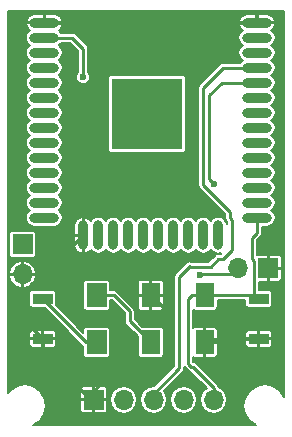
<source format=gbr>
G04 #@! TF.FileFunction,Copper,L1,Top,Signal*
%FSLAX46Y46*%
G04 Gerber Fmt 4.6, Leading zero omitted, Abs format (unit mm)*
G04 Created by KiCad (PCBNEW 4.0.4-stable) date 04/21/19 10:39:14*
%MOMM*%
%LPD*%
G01*
G04 APERTURE LIST*
%ADD10C,0.100000*%
%ADD11R,1.600000X2.000000*%
%ADD12R,1.700000X1.700000*%
%ADD13O,1.700000X1.700000*%
%ADD14R,1.700000X2.000000*%
%ADD15R,1.700000X0.900000*%
%ADD16O,2.500000X0.900000*%
%ADD17O,0.900000X2.500000*%
%ADD18R,6.000000X6.000000*%
%ADD19C,0.600000*%
%ADD20C,0.250000*%
%ADD21C,0.200000*%
G04 APERTURE END LIST*
D10*
D11*
X112776000Y-94202000D03*
X112776000Y-90202000D03*
X117348000Y-90202000D03*
X117348000Y-94202000D03*
D12*
X107950000Y-99060000D03*
D13*
X110490000Y-99060000D03*
X113030000Y-99060000D03*
X115570000Y-99060000D03*
X118110000Y-99060000D03*
D14*
X108204000Y-90202000D03*
X108204000Y-94202000D03*
D15*
X103632000Y-93902000D03*
X103632000Y-90502000D03*
X121920000Y-93902000D03*
X121920000Y-90502000D03*
D16*
X121776000Y-67140000D03*
X121776000Y-68410000D03*
X121776000Y-69680000D03*
X121776000Y-70950000D03*
X121776000Y-72220000D03*
X121776000Y-73490000D03*
X121776000Y-74760000D03*
X121776000Y-76030000D03*
X121776000Y-77300000D03*
X121776000Y-78570000D03*
X121776000Y-79840000D03*
X121776000Y-81110000D03*
X121776000Y-82380000D03*
X121776000Y-83650000D03*
D17*
X118491000Y-85140000D03*
X117221000Y-85140000D03*
X115951000Y-85140000D03*
X114681000Y-85140000D03*
X113411000Y-85140000D03*
X112141000Y-85140000D03*
X110871000Y-85140000D03*
X109601000Y-85140000D03*
X108331000Y-85140000D03*
X107061000Y-85140000D03*
D16*
X103776000Y-83650000D03*
X103776000Y-82380000D03*
X103776000Y-81110000D03*
X103776000Y-79840000D03*
X103776000Y-78570000D03*
X103776000Y-77300000D03*
X103776000Y-76030000D03*
X103776000Y-74760000D03*
X103776000Y-73490000D03*
X103776000Y-72220000D03*
X103776000Y-70950000D03*
X103776000Y-69680000D03*
X103776000Y-68410000D03*
X103776000Y-67140000D03*
D18*
X112476000Y-74840000D03*
D12*
X101930200Y-85890100D03*
D13*
X101930200Y-88430100D03*
D12*
X122720100Y-87934800D03*
D13*
X120180100Y-87934800D03*
D19*
X108077000Y-89916000D03*
X107061000Y-71755000D03*
X117348000Y-94202000D03*
X112776000Y-90170000D03*
X117729000Y-67691000D03*
X107188000Y-67691000D03*
X108204000Y-94202000D03*
X104267000Y-69723000D03*
X118110000Y-80772000D03*
X116916200Y-88506300D03*
D20*
X108204000Y-90202000D02*
X109633000Y-90202000D01*
X110998000Y-92424000D02*
X112776000Y-94202000D01*
X110998000Y-91567000D02*
X110998000Y-92424000D01*
X109633000Y-90202000D02*
X110998000Y-91567000D01*
X108077000Y-89916000D02*
X108204000Y-90043000D01*
X108204000Y-90043000D02*
X108204000Y-90202000D01*
X103776000Y-68410000D02*
X106129000Y-68410000D01*
X107061000Y-69342000D02*
X107061000Y-71755000D01*
X106129000Y-68410000D02*
X107061000Y-69342000D01*
X117648000Y-93902000D02*
X117348000Y-94202000D01*
X112776000Y-90170000D02*
X112776000Y-90202000D01*
X107950000Y-99060000D02*
X107950000Y-98298000D01*
X107950000Y-98298000D02*
X109855000Y-96393000D01*
X109855000Y-96393000D02*
X113538000Y-96393000D01*
X113538000Y-96393000D02*
X114554000Y-95377000D01*
X114554000Y-95377000D02*
X114554000Y-91980000D01*
X114554000Y-91980000D02*
X112776000Y-90202000D01*
X107061000Y-85140000D02*
X107011000Y-85140000D01*
X107011000Y-85140000D02*
X102235000Y-89916000D01*
X102235000Y-89916000D02*
X102235000Y-92505000D01*
X102235000Y-92505000D02*
X103632000Y-93902000D01*
X121920000Y-93902000D02*
X117648000Y-93902000D01*
X107950000Y-99060000D02*
X107696000Y-99060000D01*
X107696000Y-99060000D02*
X103632000Y-94996000D01*
X103632000Y-94996000D02*
X103632000Y-93902000D01*
X121776000Y-67140000D02*
X118661000Y-67140000D01*
X118110000Y-67691000D02*
X117729000Y-67691000D01*
X118661000Y-67140000D02*
X118110000Y-67691000D01*
X103776000Y-67140000D02*
X106977000Y-67140000D01*
X107188000Y-67351000D02*
X107188000Y-67691000D01*
X106977000Y-67140000D02*
X107188000Y-67351000D01*
X107283000Y-94202000D02*
X106172000Y-93091000D01*
X106172000Y-93091000D02*
X106172000Y-93042000D01*
X103632000Y-90502000D02*
X106172000Y-93042000D01*
X108204000Y-94202000D02*
X107283000Y-94202000D01*
X104267000Y-69723000D02*
X104224000Y-69680000D01*
X104224000Y-69680000D02*
X103776000Y-69680000D01*
X121776000Y-83650000D02*
X121776000Y-84903800D01*
X121488200Y-87274400D02*
X121488200Y-90070200D01*
X121361200Y-87147400D02*
X121488200Y-87274400D01*
X121361200Y-85318600D02*
X121361200Y-87147400D01*
X121776000Y-84903800D02*
X121361200Y-85318600D01*
X121488200Y-90070200D02*
X121920000Y-90502000D01*
X118110000Y-99060000D02*
X118110000Y-98044000D01*
X116300000Y-90202000D02*
X117348000Y-90202000D01*
X115951000Y-90551000D02*
X116300000Y-90202000D01*
X115951000Y-96012000D02*
X115951000Y-90551000D01*
X116205000Y-96266000D02*
X115951000Y-96012000D01*
X116332000Y-96266000D02*
X116205000Y-96266000D01*
X118110000Y-98044000D02*
X116332000Y-96266000D01*
X121920000Y-83794000D02*
X121776000Y-83650000D01*
X117348000Y-90202000D02*
X121620000Y-90202000D01*
X121620000Y-90202000D02*
X121920000Y-90502000D01*
X119646700Y-85153500D02*
X119646700Y-83820000D01*
X119646700Y-83820000D02*
X119507000Y-83680300D01*
X116052600Y-87782400D02*
X117843300Y-87782400D01*
X119646700Y-86385400D02*
X119646700Y-85153500D01*
X119646700Y-85153500D02*
X119646700Y-85115400D01*
X118884700Y-87147400D02*
X119646700Y-86385400D01*
X118478300Y-87147400D02*
X118884700Y-87147400D01*
X117843300Y-87782400D02*
X118478300Y-87147400D01*
X113030000Y-99060000D02*
X113030000Y-98552000D01*
X113030000Y-98552000D02*
X115189000Y-96393000D01*
X115189000Y-96393000D02*
X115189000Y-88646000D01*
X115189000Y-88646000D02*
X116052600Y-87782400D01*
X116052600Y-87782400D02*
X116078000Y-87757000D01*
X118915000Y-70950000D02*
X121776000Y-70950000D01*
X117221000Y-80899000D02*
X117221000Y-72644000D01*
X119507000Y-83185000D02*
X117221000Y-80899000D01*
X119507000Y-83680300D02*
X119507000Y-83185000D01*
X117221000Y-72644000D02*
X118915000Y-70950000D01*
X119507000Y-83693000D02*
X119507000Y-83680300D01*
X121776000Y-72220000D02*
X118788000Y-72220000D01*
X117729000Y-80391000D02*
X118110000Y-80772000D01*
X117729000Y-73279000D02*
X117729000Y-80391000D01*
X118788000Y-72220000D02*
X117729000Y-73279000D01*
X117005100Y-88417400D02*
X119697500Y-88417400D01*
X116916200Y-88506300D02*
X117005100Y-88417400D01*
X119697500Y-88417400D02*
X120180100Y-87934800D01*
D21*
G36*
X124085000Y-98849311D02*
X123709165Y-98286835D01*
X123121362Y-97894077D01*
X122428000Y-97756159D01*
X121734638Y-97894077D01*
X121146835Y-98286835D01*
X120754077Y-98874638D01*
X120616159Y-99568000D01*
X120754077Y-100261362D01*
X121146835Y-100849165D01*
X121709311Y-101225000D01*
X102826689Y-101225000D01*
X103389165Y-100849165D01*
X103781923Y-100261362D01*
X103919841Y-99568000D01*
X103843658Y-99185000D01*
X106800000Y-99185000D01*
X106800000Y-99969674D01*
X106845672Y-100079937D01*
X106930064Y-100164328D01*
X107040327Y-100210000D01*
X107825000Y-100210000D01*
X107900000Y-100135000D01*
X107900000Y-99110000D01*
X108000000Y-99110000D01*
X108000000Y-100135000D01*
X108075000Y-100210000D01*
X108859673Y-100210000D01*
X108969936Y-100164328D01*
X109054328Y-100079937D01*
X109100000Y-99969674D01*
X109100000Y-99185000D01*
X109025000Y-99110000D01*
X108000000Y-99110000D01*
X107900000Y-99110000D01*
X106875000Y-99110000D01*
X106800000Y-99185000D01*
X103843658Y-99185000D01*
X103814313Y-99037470D01*
X109340000Y-99037470D01*
X109340000Y-99082530D01*
X109427539Y-99522616D01*
X109676827Y-99895703D01*
X110049914Y-100144991D01*
X110490000Y-100232530D01*
X110930086Y-100144991D01*
X111303173Y-99895703D01*
X111552461Y-99522616D01*
X111640000Y-99082530D01*
X111640000Y-99037470D01*
X111552461Y-98597384D01*
X111303173Y-98224297D01*
X110930086Y-97975009D01*
X110490000Y-97887470D01*
X110049914Y-97975009D01*
X109676827Y-98224297D01*
X109427539Y-98597384D01*
X109340000Y-99037470D01*
X103814313Y-99037470D01*
X103781923Y-98874638D01*
X103389165Y-98286835D01*
X103184866Y-98150326D01*
X106800000Y-98150326D01*
X106800000Y-98935000D01*
X106875000Y-99010000D01*
X107900000Y-99010000D01*
X107900000Y-97985000D01*
X108000000Y-97985000D01*
X108000000Y-99010000D01*
X109025000Y-99010000D01*
X109100000Y-98935000D01*
X109100000Y-98150326D01*
X109054328Y-98040063D01*
X108969936Y-97955672D01*
X108859673Y-97910000D01*
X108075000Y-97910000D01*
X108000000Y-97985000D01*
X107900000Y-97985000D01*
X107825000Y-97910000D01*
X107040327Y-97910000D01*
X106930064Y-97955672D01*
X106845672Y-98040063D01*
X106800000Y-98150326D01*
X103184866Y-98150326D01*
X102801362Y-97894077D01*
X102108000Y-97756159D01*
X101414638Y-97894077D01*
X100826835Y-98286835D01*
X100705000Y-98469174D01*
X100705000Y-94027000D01*
X102482000Y-94027000D01*
X102482000Y-94411674D01*
X102527672Y-94521937D01*
X102612064Y-94606328D01*
X102722327Y-94652000D01*
X103507000Y-94652000D01*
X103582000Y-94577000D01*
X103582000Y-93952000D01*
X103682000Y-93952000D01*
X103682000Y-94577000D01*
X103757000Y-94652000D01*
X104541673Y-94652000D01*
X104651936Y-94606328D01*
X104736328Y-94521937D01*
X104782000Y-94411674D01*
X104782000Y-94027000D01*
X104707000Y-93952000D01*
X103682000Y-93952000D01*
X103582000Y-93952000D01*
X102557000Y-93952000D01*
X102482000Y-94027000D01*
X100705000Y-94027000D01*
X100705000Y-93392326D01*
X102482000Y-93392326D01*
X102482000Y-93777000D01*
X102557000Y-93852000D01*
X103582000Y-93852000D01*
X103582000Y-93227000D01*
X103682000Y-93227000D01*
X103682000Y-93852000D01*
X104707000Y-93852000D01*
X104782000Y-93777000D01*
X104782000Y-93392326D01*
X104736328Y-93282063D01*
X104651936Y-93197672D01*
X104541673Y-93152000D01*
X103757000Y-93152000D01*
X103682000Y-93227000D01*
X103582000Y-93227000D01*
X103507000Y-93152000D01*
X102722327Y-93152000D01*
X102612064Y-93197672D01*
X102527672Y-93282063D01*
X102482000Y-93392326D01*
X100705000Y-93392326D01*
X100705000Y-90052000D01*
X102476123Y-90052000D01*
X102476123Y-90952000D01*
X102497042Y-91063173D01*
X102562745Y-91165279D01*
X102662997Y-91233778D01*
X102782000Y-91257877D01*
X103786837Y-91257877D01*
X105778544Y-93249585D01*
X105779351Y-93253641D01*
X105871480Y-93391520D01*
X106982479Y-94502520D01*
X107011539Y-94521937D01*
X107048123Y-94546382D01*
X107048123Y-95202000D01*
X107069042Y-95313173D01*
X107134745Y-95415279D01*
X107234997Y-95483778D01*
X107354000Y-95507877D01*
X109054000Y-95507877D01*
X109165173Y-95486958D01*
X109267279Y-95421255D01*
X109335778Y-95321003D01*
X109359877Y-95202000D01*
X109359877Y-93202000D01*
X109338958Y-93090827D01*
X109273255Y-92988721D01*
X109173003Y-92920222D01*
X109054000Y-92896123D01*
X107354000Y-92896123D01*
X107242827Y-92917042D01*
X107140721Y-92982745D01*
X107072222Y-93082997D01*
X107048123Y-93202000D01*
X107048123Y-93366082D01*
X106565456Y-92883416D01*
X106564649Y-92879360D01*
X106505261Y-92790480D01*
X106472520Y-92741479D01*
X104770222Y-91039182D01*
X104787877Y-90952000D01*
X104787877Y-90052000D01*
X104766958Y-89940827D01*
X104701255Y-89838721D01*
X104601003Y-89770222D01*
X104482000Y-89746123D01*
X102782000Y-89746123D01*
X102670827Y-89767042D01*
X102568721Y-89832745D01*
X102500222Y-89932997D01*
X102476123Y-90052000D01*
X100705000Y-90052000D01*
X100705000Y-88659214D01*
X100803254Y-88659214D01*
X100971317Y-89064966D01*
X101287260Y-89383588D01*
X101701085Y-89557050D01*
X101880200Y-89504017D01*
X101880200Y-88480100D01*
X101980200Y-88480100D01*
X101980200Y-89504017D01*
X102159315Y-89557050D01*
X102573140Y-89383588D01*
X102753201Y-89202000D01*
X107048123Y-89202000D01*
X107048123Y-91202000D01*
X107069042Y-91313173D01*
X107134745Y-91415279D01*
X107234997Y-91483778D01*
X107354000Y-91507877D01*
X109054000Y-91507877D01*
X109165173Y-91486958D01*
X109267279Y-91421255D01*
X109335778Y-91321003D01*
X109359877Y-91202000D01*
X109359877Y-90627000D01*
X109456960Y-90627000D01*
X110573000Y-91743041D01*
X110573000Y-92424000D01*
X110599984Y-92559657D01*
X110605351Y-92586641D01*
X110697480Y-92724520D01*
X111670123Y-93697164D01*
X111670123Y-95202000D01*
X111691042Y-95313173D01*
X111756745Y-95415279D01*
X111856997Y-95483778D01*
X111976000Y-95507877D01*
X113576000Y-95507877D01*
X113687173Y-95486958D01*
X113789279Y-95421255D01*
X113857778Y-95321003D01*
X113881877Y-95202000D01*
X113881877Y-93202000D01*
X113860958Y-93090827D01*
X113795255Y-92988721D01*
X113695003Y-92920222D01*
X113576000Y-92896123D01*
X112071163Y-92896123D01*
X111423000Y-92247960D01*
X111423000Y-91567000D01*
X111400986Y-91456328D01*
X111390649Y-91404359D01*
X111298521Y-91266480D01*
X110359041Y-90327000D01*
X111676000Y-90327000D01*
X111676000Y-91261674D01*
X111721672Y-91371937D01*
X111806064Y-91456328D01*
X111916327Y-91502000D01*
X112651000Y-91502000D01*
X112726000Y-91427000D01*
X112726000Y-90252000D01*
X112826000Y-90252000D01*
X112826000Y-91427000D01*
X112901000Y-91502000D01*
X113635673Y-91502000D01*
X113745936Y-91456328D01*
X113830328Y-91371937D01*
X113876000Y-91261674D01*
X113876000Y-90327000D01*
X113801000Y-90252000D01*
X112826000Y-90252000D01*
X112726000Y-90252000D01*
X111751000Y-90252000D01*
X111676000Y-90327000D01*
X110359041Y-90327000D01*
X109933520Y-89901480D01*
X109795641Y-89809351D01*
X109768657Y-89803984D01*
X109633000Y-89777000D01*
X109359877Y-89777000D01*
X109359877Y-89202000D01*
X109348649Y-89142326D01*
X111676000Y-89142326D01*
X111676000Y-90077000D01*
X111751000Y-90152000D01*
X112726000Y-90152000D01*
X112726000Y-88977000D01*
X112826000Y-88977000D01*
X112826000Y-90152000D01*
X113801000Y-90152000D01*
X113876000Y-90077000D01*
X113876000Y-89142326D01*
X113830328Y-89032063D01*
X113745936Y-88947672D01*
X113635673Y-88902000D01*
X112901000Y-88902000D01*
X112826000Y-88977000D01*
X112726000Y-88977000D01*
X112651000Y-88902000D01*
X111916327Y-88902000D01*
X111806064Y-88947672D01*
X111721672Y-89032063D01*
X111676000Y-89142326D01*
X109348649Y-89142326D01*
X109338958Y-89090827D01*
X109273255Y-88988721D01*
X109173003Y-88920222D01*
X109054000Y-88896123D01*
X107354000Y-88896123D01*
X107242827Y-88917042D01*
X107140721Y-88982745D01*
X107072222Y-89082997D01*
X107048123Y-89202000D01*
X102753201Y-89202000D01*
X102889083Y-89064966D01*
X103057146Y-88659214D01*
X103004037Y-88480100D01*
X101980200Y-88480100D01*
X101880200Y-88480100D01*
X100856363Y-88480100D01*
X100803254Y-88659214D01*
X100705000Y-88659214D01*
X100705000Y-88200986D01*
X100803254Y-88200986D01*
X100856363Y-88380100D01*
X101880200Y-88380100D01*
X101880200Y-87356183D01*
X101980200Y-87356183D01*
X101980200Y-88380100D01*
X103004037Y-88380100D01*
X103057146Y-88200986D01*
X102889083Y-87795234D01*
X102573140Y-87476612D01*
X102159315Y-87303150D01*
X101980200Y-87356183D01*
X101880200Y-87356183D01*
X101701085Y-87303150D01*
X101287260Y-87476612D01*
X100971317Y-87795234D01*
X100803254Y-88200986D01*
X100705000Y-88200986D01*
X100705000Y-85040100D01*
X100774323Y-85040100D01*
X100774323Y-86740100D01*
X100795242Y-86851273D01*
X100860945Y-86953379D01*
X100961197Y-87021878D01*
X101080200Y-87045977D01*
X102780200Y-87045977D01*
X102891373Y-87025058D01*
X102993479Y-86959355D01*
X103061978Y-86859103D01*
X103086077Y-86740100D01*
X103086077Y-85190000D01*
X106311000Y-85190000D01*
X106311000Y-85990000D01*
X106387225Y-86273207D01*
X106566026Y-86505686D01*
X106820182Y-86652044D01*
X106894551Y-86671296D01*
X107011000Y-86613146D01*
X107011000Y-85190000D01*
X106311000Y-85190000D01*
X103086077Y-85190000D01*
X103086077Y-85040100D01*
X103065158Y-84928927D01*
X102999455Y-84826821D01*
X102899203Y-84758322D01*
X102780200Y-84734223D01*
X101080200Y-84734223D01*
X100969027Y-84755142D01*
X100866921Y-84820845D01*
X100798422Y-84921097D01*
X100774323Y-85040100D01*
X100705000Y-85040100D01*
X100705000Y-68410000D01*
X102195634Y-68410000D01*
X102252724Y-68697013D01*
X102415304Y-68940330D01*
X102571953Y-69045000D01*
X102415304Y-69149670D01*
X102252724Y-69392987D01*
X102195634Y-69680000D01*
X102252724Y-69967013D01*
X102415304Y-70210330D01*
X102571953Y-70315000D01*
X102415304Y-70419670D01*
X102252724Y-70662987D01*
X102195634Y-70950000D01*
X102252724Y-71237013D01*
X102415304Y-71480330D01*
X102571953Y-71585000D01*
X102415304Y-71689670D01*
X102252724Y-71932987D01*
X102195634Y-72220000D01*
X102252724Y-72507013D01*
X102415304Y-72750330D01*
X102571953Y-72855000D01*
X102415304Y-72959670D01*
X102252724Y-73202987D01*
X102195634Y-73490000D01*
X102252724Y-73777013D01*
X102415304Y-74020330D01*
X102571953Y-74125000D01*
X102415304Y-74229670D01*
X102252724Y-74472987D01*
X102195634Y-74760000D01*
X102252724Y-75047013D01*
X102415304Y-75290330D01*
X102571953Y-75395000D01*
X102415304Y-75499670D01*
X102252724Y-75742987D01*
X102195634Y-76030000D01*
X102252724Y-76317013D01*
X102415304Y-76560330D01*
X102571953Y-76665000D01*
X102415304Y-76769670D01*
X102252724Y-77012987D01*
X102195634Y-77300000D01*
X102252724Y-77587013D01*
X102415304Y-77830330D01*
X102571953Y-77935000D01*
X102415304Y-78039670D01*
X102252724Y-78282987D01*
X102195634Y-78570000D01*
X102252724Y-78857013D01*
X102415304Y-79100330D01*
X102571953Y-79205000D01*
X102415304Y-79309670D01*
X102252724Y-79552987D01*
X102195634Y-79840000D01*
X102252724Y-80127013D01*
X102415304Y-80370330D01*
X102571953Y-80475000D01*
X102415304Y-80579670D01*
X102252724Y-80822987D01*
X102195634Y-81110000D01*
X102252724Y-81397013D01*
X102415304Y-81640330D01*
X102571953Y-81745000D01*
X102415304Y-81849670D01*
X102252724Y-82092987D01*
X102195634Y-82380000D01*
X102252724Y-82667013D01*
X102415304Y-82910330D01*
X102571953Y-83015000D01*
X102415304Y-83119670D01*
X102252724Y-83362987D01*
X102195634Y-83650000D01*
X102252724Y-83937013D01*
X102415304Y-84180330D01*
X102658621Y-84342910D01*
X102945634Y-84400000D01*
X104606366Y-84400000D01*
X104893379Y-84342910D01*
X104972564Y-84290000D01*
X106311000Y-84290000D01*
X106311000Y-85090000D01*
X107011000Y-85090000D01*
X107011000Y-83666854D01*
X107111000Y-83666854D01*
X107111000Y-85090000D01*
X107131000Y-85090000D01*
X107131000Y-85190000D01*
X107111000Y-85190000D01*
X107111000Y-86613146D01*
X107227449Y-86671296D01*
X107301818Y-86652044D01*
X107555974Y-86505686D01*
X107688697Y-86333118D01*
X107800670Y-86500696D01*
X108043987Y-86663276D01*
X108331000Y-86720366D01*
X108618013Y-86663276D01*
X108861330Y-86500696D01*
X108966000Y-86344047D01*
X109070670Y-86500696D01*
X109313987Y-86663276D01*
X109601000Y-86720366D01*
X109888013Y-86663276D01*
X110131330Y-86500696D01*
X110236000Y-86344047D01*
X110340670Y-86500696D01*
X110583987Y-86663276D01*
X110871000Y-86720366D01*
X111158013Y-86663276D01*
X111401330Y-86500696D01*
X111506000Y-86344047D01*
X111610670Y-86500696D01*
X111853987Y-86663276D01*
X112141000Y-86720366D01*
X112428013Y-86663276D01*
X112671330Y-86500696D01*
X112776000Y-86344047D01*
X112880670Y-86500696D01*
X113123987Y-86663276D01*
X113411000Y-86720366D01*
X113698013Y-86663276D01*
X113941330Y-86500696D01*
X114046000Y-86344047D01*
X114150670Y-86500696D01*
X114393987Y-86663276D01*
X114681000Y-86720366D01*
X114968013Y-86663276D01*
X115211330Y-86500696D01*
X115316000Y-86344047D01*
X115420670Y-86500696D01*
X115663987Y-86663276D01*
X115951000Y-86720366D01*
X116238013Y-86663276D01*
X116481330Y-86500696D01*
X116586000Y-86344047D01*
X116690670Y-86500696D01*
X116933987Y-86663276D01*
X117221000Y-86720366D01*
X117508013Y-86663276D01*
X117751330Y-86500696D01*
X117856000Y-86344047D01*
X117960670Y-86500696D01*
X118203987Y-86663276D01*
X118491000Y-86720366D01*
X118765244Y-86665816D01*
X118708660Y-86722400D01*
X118478300Y-86722400D01*
X118315659Y-86754751D01*
X118177780Y-86846879D01*
X117667260Y-87357400D01*
X116205695Y-87357400D01*
X116078000Y-87332001D01*
X115915359Y-87364351D01*
X115777480Y-87456480D01*
X115752083Y-87481877D01*
X115752080Y-87481879D01*
X114888480Y-88345480D01*
X114796351Y-88483359D01*
X114796351Y-88483360D01*
X114764000Y-88646000D01*
X114764000Y-96216960D01*
X113082956Y-97898004D01*
X113030000Y-97887470D01*
X112589914Y-97975009D01*
X112216827Y-98224297D01*
X111967539Y-98597384D01*
X111880000Y-99037470D01*
X111880000Y-99082530D01*
X111967539Y-99522616D01*
X112216827Y-99895703D01*
X112589914Y-100144991D01*
X113030000Y-100232530D01*
X113470086Y-100144991D01*
X113843173Y-99895703D01*
X114092461Y-99522616D01*
X114180000Y-99082530D01*
X114180000Y-99037470D01*
X114420000Y-99037470D01*
X114420000Y-99082530D01*
X114507539Y-99522616D01*
X114756827Y-99895703D01*
X115129914Y-100144991D01*
X115570000Y-100232530D01*
X116010086Y-100144991D01*
X116383173Y-99895703D01*
X116632461Y-99522616D01*
X116720000Y-99082530D01*
X116720000Y-99037470D01*
X116632461Y-98597384D01*
X116383173Y-98224297D01*
X116010086Y-97975009D01*
X115570000Y-97887470D01*
X115129914Y-97975009D01*
X114756827Y-98224297D01*
X114507539Y-98597384D01*
X114420000Y-99037470D01*
X114180000Y-99037470D01*
X114092461Y-98597384D01*
X113889464Y-98293576D01*
X115489520Y-96693520D01*
X115581649Y-96555641D01*
X115587016Y-96528657D01*
X115614000Y-96393000D01*
X115614000Y-96257925D01*
X115650480Y-96312520D01*
X115904479Y-96566520D01*
X115996608Y-96628078D01*
X116042360Y-96658649D01*
X116143783Y-96678823D01*
X117532071Y-98067112D01*
X117296827Y-98224297D01*
X117047539Y-98597384D01*
X116960000Y-99037470D01*
X116960000Y-99082530D01*
X117047539Y-99522616D01*
X117296827Y-99895703D01*
X117669914Y-100144991D01*
X118110000Y-100232530D01*
X118550086Y-100144991D01*
X118923173Y-99895703D01*
X119172461Y-99522616D01*
X119260000Y-99082530D01*
X119260000Y-99037470D01*
X119172461Y-98597384D01*
X118923173Y-98224297D01*
X118550086Y-97975009D01*
X118520090Y-97969042D01*
X118505179Y-97894077D01*
X118502649Y-97881359D01*
X118410521Y-97743480D01*
X116632520Y-95965480D01*
X116494641Y-95873351D01*
X116467657Y-95867984D01*
X116393217Y-95853177D01*
X116376000Y-95835960D01*
X116376000Y-95454264D01*
X116378064Y-95456328D01*
X116488327Y-95502000D01*
X117223000Y-95502000D01*
X117298000Y-95427000D01*
X117298000Y-94252000D01*
X117398000Y-94252000D01*
X117398000Y-95427000D01*
X117473000Y-95502000D01*
X118207673Y-95502000D01*
X118317936Y-95456328D01*
X118402328Y-95371937D01*
X118448000Y-95261674D01*
X118448000Y-94327000D01*
X118373000Y-94252000D01*
X117398000Y-94252000D01*
X117298000Y-94252000D01*
X117278000Y-94252000D01*
X117278000Y-94152000D01*
X117298000Y-94152000D01*
X117298000Y-92977000D01*
X117398000Y-92977000D01*
X117398000Y-94152000D01*
X118373000Y-94152000D01*
X118448000Y-94077000D01*
X118448000Y-94027000D01*
X120770000Y-94027000D01*
X120770000Y-94411674D01*
X120815672Y-94521937D01*
X120900064Y-94606328D01*
X121010327Y-94652000D01*
X121795000Y-94652000D01*
X121870000Y-94577000D01*
X121870000Y-93952000D01*
X121970000Y-93952000D01*
X121970000Y-94577000D01*
X122045000Y-94652000D01*
X122829673Y-94652000D01*
X122939936Y-94606328D01*
X123024328Y-94521937D01*
X123070000Y-94411674D01*
X123070000Y-94027000D01*
X122995000Y-93952000D01*
X121970000Y-93952000D01*
X121870000Y-93952000D01*
X120845000Y-93952000D01*
X120770000Y-94027000D01*
X118448000Y-94027000D01*
X118448000Y-93392326D01*
X120770000Y-93392326D01*
X120770000Y-93777000D01*
X120845000Y-93852000D01*
X121870000Y-93852000D01*
X121870000Y-93227000D01*
X121970000Y-93227000D01*
X121970000Y-93852000D01*
X122995000Y-93852000D01*
X123070000Y-93777000D01*
X123070000Y-93392326D01*
X123024328Y-93282063D01*
X122939936Y-93197672D01*
X122829673Y-93152000D01*
X122045000Y-93152000D01*
X121970000Y-93227000D01*
X121870000Y-93227000D01*
X121795000Y-93152000D01*
X121010327Y-93152000D01*
X120900064Y-93197672D01*
X120815672Y-93282063D01*
X120770000Y-93392326D01*
X118448000Y-93392326D01*
X118448000Y-93142326D01*
X118402328Y-93032063D01*
X118317936Y-92947672D01*
X118207673Y-92902000D01*
X117473000Y-92902000D01*
X117398000Y-92977000D01*
X117298000Y-92977000D01*
X117223000Y-92902000D01*
X116488327Y-92902000D01*
X116378064Y-92947672D01*
X116376000Y-92949736D01*
X116376000Y-91447567D01*
X116428997Y-91483778D01*
X116548000Y-91507877D01*
X118148000Y-91507877D01*
X118259173Y-91486958D01*
X118361279Y-91421255D01*
X118429778Y-91321003D01*
X118453877Y-91202000D01*
X118453877Y-90627000D01*
X120764123Y-90627000D01*
X120764123Y-90952000D01*
X120785042Y-91063173D01*
X120850745Y-91165279D01*
X120950997Y-91233778D01*
X121070000Y-91257877D01*
X122770000Y-91257877D01*
X122881173Y-91236958D01*
X122983279Y-91171255D01*
X123051778Y-91071003D01*
X123075877Y-90952000D01*
X123075877Y-90052000D01*
X123054958Y-89940827D01*
X122989255Y-89838721D01*
X122889003Y-89770222D01*
X122770000Y-89746123D01*
X121913200Y-89746123D01*
X121913200Y-89084800D01*
X122595100Y-89084800D01*
X122670100Y-89009800D01*
X122670100Y-87984800D01*
X122770100Y-87984800D01*
X122770100Y-89009800D01*
X122845100Y-89084800D01*
X123629773Y-89084800D01*
X123740036Y-89039128D01*
X123824428Y-88954737D01*
X123870100Y-88844474D01*
X123870100Y-88059800D01*
X123795100Y-87984800D01*
X122770100Y-87984800D01*
X122670100Y-87984800D01*
X122650100Y-87984800D01*
X122650100Y-87884800D01*
X122670100Y-87884800D01*
X122670100Y-86859800D01*
X122770100Y-86859800D01*
X122770100Y-87884800D01*
X123795100Y-87884800D01*
X123870100Y-87809800D01*
X123870100Y-87025126D01*
X123824428Y-86914863D01*
X123740036Y-86830472D01*
X123629773Y-86784800D01*
X122845100Y-86784800D01*
X122770100Y-86859800D01*
X122670100Y-86859800D01*
X122595100Y-86784800D01*
X121810427Y-86784800D01*
X121786200Y-86794835D01*
X121786200Y-85494640D01*
X122076521Y-85204320D01*
X122168649Y-85066441D01*
X122201000Y-84903800D01*
X122201000Y-84400000D01*
X122606366Y-84400000D01*
X122893379Y-84342910D01*
X123136696Y-84180330D01*
X123299276Y-83937013D01*
X123356366Y-83650000D01*
X123299276Y-83362987D01*
X123136696Y-83119670D01*
X122980047Y-83015000D01*
X123136696Y-82910330D01*
X123299276Y-82667013D01*
X123356366Y-82380000D01*
X123299276Y-82092987D01*
X123136696Y-81849670D01*
X122980047Y-81745000D01*
X123136696Y-81640330D01*
X123299276Y-81397013D01*
X123356366Y-81110000D01*
X123299276Y-80822987D01*
X123136696Y-80579670D01*
X122980047Y-80475000D01*
X123136696Y-80370330D01*
X123299276Y-80127013D01*
X123356366Y-79840000D01*
X123299276Y-79552987D01*
X123136696Y-79309670D01*
X122980047Y-79205000D01*
X123136696Y-79100330D01*
X123299276Y-78857013D01*
X123356366Y-78570000D01*
X123299276Y-78282987D01*
X123136696Y-78039670D01*
X122980047Y-77935000D01*
X123136696Y-77830330D01*
X123299276Y-77587013D01*
X123356366Y-77300000D01*
X123299276Y-77012987D01*
X123136696Y-76769670D01*
X122980047Y-76665000D01*
X123136696Y-76560330D01*
X123299276Y-76317013D01*
X123356366Y-76030000D01*
X123299276Y-75742987D01*
X123136696Y-75499670D01*
X122980047Y-75395000D01*
X123136696Y-75290330D01*
X123299276Y-75047013D01*
X123356366Y-74760000D01*
X123299276Y-74472987D01*
X123136696Y-74229670D01*
X122980047Y-74125000D01*
X123136696Y-74020330D01*
X123299276Y-73777013D01*
X123356366Y-73490000D01*
X123299276Y-73202987D01*
X123136696Y-72959670D01*
X122980047Y-72855000D01*
X123136696Y-72750330D01*
X123299276Y-72507013D01*
X123356366Y-72220000D01*
X123299276Y-71932987D01*
X123136696Y-71689670D01*
X122980047Y-71585000D01*
X123136696Y-71480330D01*
X123299276Y-71237013D01*
X123356366Y-70950000D01*
X123299276Y-70662987D01*
X123136696Y-70419670D01*
X122980047Y-70315000D01*
X123136696Y-70210330D01*
X123299276Y-69967013D01*
X123356366Y-69680000D01*
X123299276Y-69392987D01*
X123136696Y-69149670D01*
X122980047Y-69045000D01*
X123136696Y-68940330D01*
X123299276Y-68697013D01*
X123356366Y-68410000D01*
X123299276Y-68122987D01*
X123136696Y-67879670D01*
X122969118Y-67767697D01*
X123141686Y-67634974D01*
X123288044Y-67380818D01*
X123307296Y-67306449D01*
X123249146Y-67190000D01*
X121826000Y-67190000D01*
X121826000Y-67210000D01*
X121726000Y-67210000D01*
X121726000Y-67190000D01*
X120302854Y-67190000D01*
X120244704Y-67306449D01*
X120263956Y-67380818D01*
X120410314Y-67634974D01*
X120582882Y-67767697D01*
X120415304Y-67879670D01*
X120252724Y-68122987D01*
X120195634Y-68410000D01*
X120252724Y-68697013D01*
X120415304Y-68940330D01*
X120571953Y-69045000D01*
X120415304Y-69149670D01*
X120252724Y-69392987D01*
X120195634Y-69680000D01*
X120252724Y-69967013D01*
X120415304Y-70210330D01*
X120571953Y-70315000D01*
X120415304Y-70419670D01*
X120344924Y-70525000D01*
X118915000Y-70525000D01*
X118752359Y-70557351D01*
X118614480Y-70649479D01*
X116920480Y-72343480D01*
X116828351Y-72481359D01*
X116828351Y-72481360D01*
X116796000Y-72644000D01*
X116796000Y-80899000D01*
X116822984Y-81034657D01*
X116828351Y-81061641D01*
X116920480Y-81199520D01*
X119082000Y-83361041D01*
X119082000Y-83693000D01*
X119114351Y-83855640D01*
X119206480Y-83993520D01*
X119221700Y-84003690D01*
X119221700Y-84212606D01*
X119183910Y-84022621D01*
X119021330Y-83779304D01*
X118778013Y-83616724D01*
X118491000Y-83559634D01*
X118203987Y-83616724D01*
X117960670Y-83779304D01*
X117856000Y-83935953D01*
X117751330Y-83779304D01*
X117508013Y-83616724D01*
X117221000Y-83559634D01*
X116933987Y-83616724D01*
X116690670Y-83779304D01*
X116586000Y-83935953D01*
X116481330Y-83779304D01*
X116238013Y-83616724D01*
X115951000Y-83559634D01*
X115663987Y-83616724D01*
X115420670Y-83779304D01*
X115316000Y-83935953D01*
X115211330Y-83779304D01*
X114968013Y-83616724D01*
X114681000Y-83559634D01*
X114393987Y-83616724D01*
X114150670Y-83779304D01*
X114046000Y-83935953D01*
X113941330Y-83779304D01*
X113698013Y-83616724D01*
X113411000Y-83559634D01*
X113123987Y-83616724D01*
X112880670Y-83779304D01*
X112776000Y-83935953D01*
X112671330Y-83779304D01*
X112428013Y-83616724D01*
X112141000Y-83559634D01*
X111853987Y-83616724D01*
X111610670Y-83779304D01*
X111506000Y-83935953D01*
X111401330Y-83779304D01*
X111158013Y-83616724D01*
X110871000Y-83559634D01*
X110583987Y-83616724D01*
X110340670Y-83779304D01*
X110236000Y-83935953D01*
X110131330Y-83779304D01*
X109888013Y-83616724D01*
X109601000Y-83559634D01*
X109313987Y-83616724D01*
X109070670Y-83779304D01*
X108966000Y-83935953D01*
X108861330Y-83779304D01*
X108618013Y-83616724D01*
X108331000Y-83559634D01*
X108043987Y-83616724D01*
X107800670Y-83779304D01*
X107688697Y-83946882D01*
X107555974Y-83774314D01*
X107301818Y-83627956D01*
X107227449Y-83608704D01*
X107111000Y-83666854D01*
X107011000Y-83666854D01*
X106894551Y-83608704D01*
X106820182Y-83627956D01*
X106566026Y-83774314D01*
X106387225Y-84006793D01*
X106311000Y-84290000D01*
X104972564Y-84290000D01*
X105136696Y-84180330D01*
X105299276Y-83937013D01*
X105356366Y-83650000D01*
X105299276Y-83362987D01*
X105136696Y-83119670D01*
X104980047Y-83015000D01*
X105136696Y-82910330D01*
X105299276Y-82667013D01*
X105356366Y-82380000D01*
X105299276Y-82092987D01*
X105136696Y-81849670D01*
X104980047Y-81745000D01*
X105136696Y-81640330D01*
X105299276Y-81397013D01*
X105356366Y-81110000D01*
X105299276Y-80822987D01*
X105136696Y-80579670D01*
X104980047Y-80475000D01*
X105136696Y-80370330D01*
X105299276Y-80127013D01*
X105356366Y-79840000D01*
X105299276Y-79552987D01*
X105136696Y-79309670D01*
X104980047Y-79205000D01*
X105136696Y-79100330D01*
X105299276Y-78857013D01*
X105356366Y-78570000D01*
X105299276Y-78282987D01*
X105136696Y-78039670D01*
X104980047Y-77935000D01*
X105136696Y-77830330D01*
X105299276Y-77587013D01*
X105356366Y-77300000D01*
X105299276Y-77012987D01*
X105136696Y-76769670D01*
X104980047Y-76665000D01*
X105136696Y-76560330D01*
X105299276Y-76317013D01*
X105356366Y-76030000D01*
X105299276Y-75742987D01*
X105136696Y-75499670D01*
X104980047Y-75395000D01*
X105136696Y-75290330D01*
X105299276Y-75047013D01*
X105356366Y-74760000D01*
X105299276Y-74472987D01*
X105136696Y-74229670D01*
X104980047Y-74125000D01*
X105136696Y-74020330D01*
X105299276Y-73777013D01*
X105356366Y-73490000D01*
X105299276Y-73202987D01*
X105136696Y-72959670D01*
X104980047Y-72855000D01*
X105136696Y-72750330D01*
X105299276Y-72507013D01*
X105356366Y-72220000D01*
X105299276Y-71932987D01*
X105136696Y-71689670D01*
X104980047Y-71585000D01*
X105136696Y-71480330D01*
X105299276Y-71237013D01*
X105356366Y-70950000D01*
X105299276Y-70662987D01*
X105136696Y-70419670D01*
X104980047Y-70315000D01*
X105136696Y-70210330D01*
X105299276Y-69967013D01*
X105356366Y-69680000D01*
X105299276Y-69392987D01*
X105136696Y-69149670D01*
X104980047Y-69045000D01*
X105136696Y-68940330D01*
X105207076Y-68835000D01*
X105952960Y-68835000D01*
X106636000Y-69518040D01*
X106636000Y-71331470D01*
X106552641Y-71414683D01*
X106461104Y-71635129D01*
X106460896Y-71873824D01*
X106552048Y-72094429D01*
X106720683Y-72263359D01*
X106941129Y-72354896D01*
X107179824Y-72355104D01*
X107400429Y-72263952D01*
X107569359Y-72095317D01*
X107660896Y-71874871D01*
X107660926Y-71840000D01*
X109170123Y-71840000D01*
X109170123Y-77840000D01*
X109191042Y-77951173D01*
X109256745Y-78053279D01*
X109356997Y-78121778D01*
X109476000Y-78145877D01*
X115476000Y-78145877D01*
X115587173Y-78124958D01*
X115689279Y-78059255D01*
X115757778Y-77959003D01*
X115781877Y-77840000D01*
X115781877Y-71840000D01*
X115760958Y-71728827D01*
X115695255Y-71626721D01*
X115595003Y-71558222D01*
X115476000Y-71534123D01*
X109476000Y-71534123D01*
X109364827Y-71555042D01*
X109262721Y-71620745D01*
X109194222Y-71720997D01*
X109170123Y-71840000D01*
X107660926Y-71840000D01*
X107661104Y-71636176D01*
X107569952Y-71415571D01*
X107486000Y-71331472D01*
X107486000Y-69342000D01*
X107453649Y-69179360D01*
X107453649Y-69179359D01*
X107361520Y-69041480D01*
X106429520Y-68109480D01*
X106291641Y-68017351D01*
X106264657Y-68011984D01*
X106129000Y-67985000D01*
X105207076Y-67985000D01*
X105136696Y-67879670D01*
X104969118Y-67767697D01*
X105141686Y-67634974D01*
X105288044Y-67380818D01*
X105307296Y-67306449D01*
X105249146Y-67190000D01*
X103826000Y-67190000D01*
X103826000Y-67210000D01*
X103726000Y-67210000D01*
X103726000Y-67190000D01*
X102302854Y-67190000D01*
X102244704Y-67306449D01*
X102263956Y-67380818D01*
X102410314Y-67634974D01*
X102582882Y-67767697D01*
X102415304Y-67879670D01*
X102252724Y-68122987D01*
X102195634Y-68410000D01*
X100705000Y-68410000D01*
X100705000Y-66973551D01*
X102244704Y-66973551D01*
X102302854Y-67090000D01*
X103726000Y-67090000D01*
X103726000Y-66390000D01*
X103826000Y-66390000D01*
X103826000Y-67090000D01*
X105249146Y-67090000D01*
X105307296Y-66973551D01*
X120244704Y-66973551D01*
X120302854Y-67090000D01*
X121726000Y-67090000D01*
X121726000Y-66390000D01*
X121826000Y-66390000D01*
X121826000Y-67090000D01*
X123249146Y-67090000D01*
X123307296Y-66973551D01*
X123288044Y-66899182D01*
X123141686Y-66645026D01*
X122909207Y-66466225D01*
X122626000Y-66390000D01*
X121826000Y-66390000D01*
X121726000Y-66390000D01*
X120926000Y-66390000D01*
X120642793Y-66466225D01*
X120410314Y-66645026D01*
X120263956Y-66899182D01*
X120244704Y-66973551D01*
X105307296Y-66973551D01*
X105288044Y-66899182D01*
X105141686Y-66645026D01*
X104909207Y-66466225D01*
X104626000Y-66390000D01*
X103826000Y-66390000D01*
X103726000Y-66390000D01*
X102926000Y-66390000D01*
X102642793Y-66466225D01*
X102410314Y-66645026D01*
X102263956Y-66899182D01*
X102244704Y-66973551D01*
X100705000Y-66973551D01*
X100705000Y-66140000D01*
X124085000Y-66140000D01*
X124085000Y-98849311D01*
X124085000Y-98849311D01*
G37*
X124085000Y-98849311D02*
X123709165Y-98286835D01*
X123121362Y-97894077D01*
X122428000Y-97756159D01*
X121734638Y-97894077D01*
X121146835Y-98286835D01*
X120754077Y-98874638D01*
X120616159Y-99568000D01*
X120754077Y-100261362D01*
X121146835Y-100849165D01*
X121709311Y-101225000D01*
X102826689Y-101225000D01*
X103389165Y-100849165D01*
X103781923Y-100261362D01*
X103919841Y-99568000D01*
X103843658Y-99185000D01*
X106800000Y-99185000D01*
X106800000Y-99969674D01*
X106845672Y-100079937D01*
X106930064Y-100164328D01*
X107040327Y-100210000D01*
X107825000Y-100210000D01*
X107900000Y-100135000D01*
X107900000Y-99110000D01*
X108000000Y-99110000D01*
X108000000Y-100135000D01*
X108075000Y-100210000D01*
X108859673Y-100210000D01*
X108969936Y-100164328D01*
X109054328Y-100079937D01*
X109100000Y-99969674D01*
X109100000Y-99185000D01*
X109025000Y-99110000D01*
X108000000Y-99110000D01*
X107900000Y-99110000D01*
X106875000Y-99110000D01*
X106800000Y-99185000D01*
X103843658Y-99185000D01*
X103814313Y-99037470D01*
X109340000Y-99037470D01*
X109340000Y-99082530D01*
X109427539Y-99522616D01*
X109676827Y-99895703D01*
X110049914Y-100144991D01*
X110490000Y-100232530D01*
X110930086Y-100144991D01*
X111303173Y-99895703D01*
X111552461Y-99522616D01*
X111640000Y-99082530D01*
X111640000Y-99037470D01*
X111552461Y-98597384D01*
X111303173Y-98224297D01*
X110930086Y-97975009D01*
X110490000Y-97887470D01*
X110049914Y-97975009D01*
X109676827Y-98224297D01*
X109427539Y-98597384D01*
X109340000Y-99037470D01*
X103814313Y-99037470D01*
X103781923Y-98874638D01*
X103389165Y-98286835D01*
X103184866Y-98150326D01*
X106800000Y-98150326D01*
X106800000Y-98935000D01*
X106875000Y-99010000D01*
X107900000Y-99010000D01*
X107900000Y-97985000D01*
X108000000Y-97985000D01*
X108000000Y-99010000D01*
X109025000Y-99010000D01*
X109100000Y-98935000D01*
X109100000Y-98150326D01*
X109054328Y-98040063D01*
X108969936Y-97955672D01*
X108859673Y-97910000D01*
X108075000Y-97910000D01*
X108000000Y-97985000D01*
X107900000Y-97985000D01*
X107825000Y-97910000D01*
X107040327Y-97910000D01*
X106930064Y-97955672D01*
X106845672Y-98040063D01*
X106800000Y-98150326D01*
X103184866Y-98150326D01*
X102801362Y-97894077D01*
X102108000Y-97756159D01*
X101414638Y-97894077D01*
X100826835Y-98286835D01*
X100705000Y-98469174D01*
X100705000Y-94027000D01*
X102482000Y-94027000D01*
X102482000Y-94411674D01*
X102527672Y-94521937D01*
X102612064Y-94606328D01*
X102722327Y-94652000D01*
X103507000Y-94652000D01*
X103582000Y-94577000D01*
X103582000Y-93952000D01*
X103682000Y-93952000D01*
X103682000Y-94577000D01*
X103757000Y-94652000D01*
X104541673Y-94652000D01*
X104651936Y-94606328D01*
X104736328Y-94521937D01*
X104782000Y-94411674D01*
X104782000Y-94027000D01*
X104707000Y-93952000D01*
X103682000Y-93952000D01*
X103582000Y-93952000D01*
X102557000Y-93952000D01*
X102482000Y-94027000D01*
X100705000Y-94027000D01*
X100705000Y-93392326D01*
X102482000Y-93392326D01*
X102482000Y-93777000D01*
X102557000Y-93852000D01*
X103582000Y-93852000D01*
X103582000Y-93227000D01*
X103682000Y-93227000D01*
X103682000Y-93852000D01*
X104707000Y-93852000D01*
X104782000Y-93777000D01*
X104782000Y-93392326D01*
X104736328Y-93282063D01*
X104651936Y-93197672D01*
X104541673Y-93152000D01*
X103757000Y-93152000D01*
X103682000Y-93227000D01*
X103582000Y-93227000D01*
X103507000Y-93152000D01*
X102722327Y-93152000D01*
X102612064Y-93197672D01*
X102527672Y-93282063D01*
X102482000Y-93392326D01*
X100705000Y-93392326D01*
X100705000Y-90052000D01*
X102476123Y-90052000D01*
X102476123Y-90952000D01*
X102497042Y-91063173D01*
X102562745Y-91165279D01*
X102662997Y-91233778D01*
X102782000Y-91257877D01*
X103786837Y-91257877D01*
X105778544Y-93249585D01*
X105779351Y-93253641D01*
X105871480Y-93391520D01*
X106982479Y-94502520D01*
X107011539Y-94521937D01*
X107048123Y-94546382D01*
X107048123Y-95202000D01*
X107069042Y-95313173D01*
X107134745Y-95415279D01*
X107234997Y-95483778D01*
X107354000Y-95507877D01*
X109054000Y-95507877D01*
X109165173Y-95486958D01*
X109267279Y-95421255D01*
X109335778Y-95321003D01*
X109359877Y-95202000D01*
X109359877Y-93202000D01*
X109338958Y-93090827D01*
X109273255Y-92988721D01*
X109173003Y-92920222D01*
X109054000Y-92896123D01*
X107354000Y-92896123D01*
X107242827Y-92917042D01*
X107140721Y-92982745D01*
X107072222Y-93082997D01*
X107048123Y-93202000D01*
X107048123Y-93366082D01*
X106565456Y-92883416D01*
X106564649Y-92879360D01*
X106505261Y-92790480D01*
X106472520Y-92741479D01*
X104770222Y-91039182D01*
X104787877Y-90952000D01*
X104787877Y-90052000D01*
X104766958Y-89940827D01*
X104701255Y-89838721D01*
X104601003Y-89770222D01*
X104482000Y-89746123D01*
X102782000Y-89746123D01*
X102670827Y-89767042D01*
X102568721Y-89832745D01*
X102500222Y-89932997D01*
X102476123Y-90052000D01*
X100705000Y-90052000D01*
X100705000Y-88659214D01*
X100803254Y-88659214D01*
X100971317Y-89064966D01*
X101287260Y-89383588D01*
X101701085Y-89557050D01*
X101880200Y-89504017D01*
X101880200Y-88480100D01*
X101980200Y-88480100D01*
X101980200Y-89504017D01*
X102159315Y-89557050D01*
X102573140Y-89383588D01*
X102753201Y-89202000D01*
X107048123Y-89202000D01*
X107048123Y-91202000D01*
X107069042Y-91313173D01*
X107134745Y-91415279D01*
X107234997Y-91483778D01*
X107354000Y-91507877D01*
X109054000Y-91507877D01*
X109165173Y-91486958D01*
X109267279Y-91421255D01*
X109335778Y-91321003D01*
X109359877Y-91202000D01*
X109359877Y-90627000D01*
X109456960Y-90627000D01*
X110573000Y-91743041D01*
X110573000Y-92424000D01*
X110599984Y-92559657D01*
X110605351Y-92586641D01*
X110697480Y-92724520D01*
X111670123Y-93697164D01*
X111670123Y-95202000D01*
X111691042Y-95313173D01*
X111756745Y-95415279D01*
X111856997Y-95483778D01*
X111976000Y-95507877D01*
X113576000Y-95507877D01*
X113687173Y-95486958D01*
X113789279Y-95421255D01*
X113857778Y-95321003D01*
X113881877Y-95202000D01*
X113881877Y-93202000D01*
X113860958Y-93090827D01*
X113795255Y-92988721D01*
X113695003Y-92920222D01*
X113576000Y-92896123D01*
X112071163Y-92896123D01*
X111423000Y-92247960D01*
X111423000Y-91567000D01*
X111400986Y-91456328D01*
X111390649Y-91404359D01*
X111298521Y-91266480D01*
X110359041Y-90327000D01*
X111676000Y-90327000D01*
X111676000Y-91261674D01*
X111721672Y-91371937D01*
X111806064Y-91456328D01*
X111916327Y-91502000D01*
X112651000Y-91502000D01*
X112726000Y-91427000D01*
X112726000Y-90252000D01*
X112826000Y-90252000D01*
X112826000Y-91427000D01*
X112901000Y-91502000D01*
X113635673Y-91502000D01*
X113745936Y-91456328D01*
X113830328Y-91371937D01*
X113876000Y-91261674D01*
X113876000Y-90327000D01*
X113801000Y-90252000D01*
X112826000Y-90252000D01*
X112726000Y-90252000D01*
X111751000Y-90252000D01*
X111676000Y-90327000D01*
X110359041Y-90327000D01*
X109933520Y-89901480D01*
X109795641Y-89809351D01*
X109768657Y-89803984D01*
X109633000Y-89777000D01*
X109359877Y-89777000D01*
X109359877Y-89202000D01*
X109348649Y-89142326D01*
X111676000Y-89142326D01*
X111676000Y-90077000D01*
X111751000Y-90152000D01*
X112726000Y-90152000D01*
X112726000Y-88977000D01*
X112826000Y-88977000D01*
X112826000Y-90152000D01*
X113801000Y-90152000D01*
X113876000Y-90077000D01*
X113876000Y-89142326D01*
X113830328Y-89032063D01*
X113745936Y-88947672D01*
X113635673Y-88902000D01*
X112901000Y-88902000D01*
X112826000Y-88977000D01*
X112726000Y-88977000D01*
X112651000Y-88902000D01*
X111916327Y-88902000D01*
X111806064Y-88947672D01*
X111721672Y-89032063D01*
X111676000Y-89142326D01*
X109348649Y-89142326D01*
X109338958Y-89090827D01*
X109273255Y-88988721D01*
X109173003Y-88920222D01*
X109054000Y-88896123D01*
X107354000Y-88896123D01*
X107242827Y-88917042D01*
X107140721Y-88982745D01*
X107072222Y-89082997D01*
X107048123Y-89202000D01*
X102753201Y-89202000D01*
X102889083Y-89064966D01*
X103057146Y-88659214D01*
X103004037Y-88480100D01*
X101980200Y-88480100D01*
X101880200Y-88480100D01*
X100856363Y-88480100D01*
X100803254Y-88659214D01*
X100705000Y-88659214D01*
X100705000Y-88200986D01*
X100803254Y-88200986D01*
X100856363Y-88380100D01*
X101880200Y-88380100D01*
X101880200Y-87356183D01*
X101980200Y-87356183D01*
X101980200Y-88380100D01*
X103004037Y-88380100D01*
X103057146Y-88200986D01*
X102889083Y-87795234D01*
X102573140Y-87476612D01*
X102159315Y-87303150D01*
X101980200Y-87356183D01*
X101880200Y-87356183D01*
X101701085Y-87303150D01*
X101287260Y-87476612D01*
X100971317Y-87795234D01*
X100803254Y-88200986D01*
X100705000Y-88200986D01*
X100705000Y-85040100D01*
X100774323Y-85040100D01*
X100774323Y-86740100D01*
X100795242Y-86851273D01*
X100860945Y-86953379D01*
X100961197Y-87021878D01*
X101080200Y-87045977D01*
X102780200Y-87045977D01*
X102891373Y-87025058D01*
X102993479Y-86959355D01*
X103061978Y-86859103D01*
X103086077Y-86740100D01*
X103086077Y-85190000D01*
X106311000Y-85190000D01*
X106311000Y-85990000D01*
X106387225Y-86273207D01*
X106566026Y-86505686D01*
X106820182Y-86652044D01*
X106894551Y-86671296D01*
X107011000Y-86613146D01*
X107011000Y-85190000D01*
X106311000Y-85190000D01*
X103086077Y-85190000D01*
X103086077Y-85040100D01*
X103065158Y-84928927D01*
X102999455Y-84826821D01*
X102899203Y-84758322D01*
X102780200Y-84734223D01*
X101080200Y-84734223D01*
X100969027Y-84755142D01*
X100866921Y-84820845D01*
X100798422Y-84921097D01*
X100774323Y-85040100D01*
X100705000Y-85040100D01*
X100705000Y-68410000D01*
X102195634Y-68410000D01*
X102252724Y-68697013D01*
X102415304Y-68940330D01*
X102571953Y-69045000D01*
X102415304Y-69149670D01*
X102252724Y-69392987D01*
X102195634Y-69680000D01*
X102252724Y-69967013D01*
X102415304Y-70210330D01*
X102571953Y-70315000D01*
X102415304Y-70419670D01*
X102252724Y-70662987D01*
X102195634Y-70950000D01*
X102252724Y-71237013D01*
X102415304Y-71480330D01*
X102571953Y-71585000D01*
X102415304Y-71689670D01*
X102252724Y-71932987D01*
X102195634Y-72220000D01*
X102252724Y-72507013D01*
X102415304Y-72750330D01*
X102571953Y-72855000D01*
X102415304Y-72959670D01*
X102252724Y-73202987D01*
X102195634Y-73490000D01*
X102252724Y-73777013D01*
X102415304Y-74020330D01*
X102571953Y-74125000D01*
X102415304Y-74229670D01*
X102252724Y-74472987D01*
X102195634Y-74760000D01*
X102252724Y-75047013D01*
X102415304Y-75290330D01*
X102571953Y-75395000D01*
X102415304Y-75499670D01*
X102252724Y-75742987D01*
X102195634Y-76030000D01*
X102252724Y-76317013D01*
X102415304Y-76560330D01*
X102571953Y-76665000D01*
X102415304Y-76769670D01*
X102252724Y-77012987D01*
X102195634Y-77300000D01*
X102252724Y-77587013D01*
X102415304Y-77830330D01*
X102571953Y-77935000D01*
X102415304Y-78039670D01*
X102252724Y-78282987D01*
X102195634Y-78570000D01*
X102252724Y-78857013D01*
X102415304Y-79100330D01*
X102571953Y-79205000D01*
X102415304Y-79309670D01*
X102252724Y-79552987D01*
X102195634Y-79840000D01*
X102252724Y-80127013D01*
X102415304Y-80370330D01*
X102571953Y-80475000D01*
X102415304Y-80579670D01*
X102252724Y-80822987D01*
X102195634Y-81110000D01*
X102252724Y-81397013D01*
X102415304Y-81640330D01*
X102571953Y-81745000D01*
X102415304Y-81849670D01*
X102252724Y-82092987D01*
X102195634Y-82380000D01*
X102252724Y-82667013D01*
X102415304Y-82910330D01*
X102571953Y-83015000D01*
X102415304Y-83119670D01*
X102252724Y-83362987D01*
X102195634Y-83650000D01*
X102252724Y-83937013D01*
X102415304Y-84180330D01*
X102658621Y-84342910D01*
X102945634Y-84400000D01*
X104606366Y-84400000D01*
X104893379Y-84342910D01*
X104972564Y-84290000D01*
X106311000Y-84290000D01*
X106311000Y-85090000D01*
X107011000Y-85090000D01*
X107011000Y-83666854D01*
X107111000Y-83666854D01*
X107111000Y-85090000D01*
X107131000Y-85090000D01*
X107131000Y-85190000D01*
X107111000Y-85190000D01*
X107111000Y-86613146D01*
X107227449Y-86671296D01*
X107301818Y-86652044D01*
X107555974Y-86505686D01*
X107688697Y-86333118D01*
X107800670Y-86500696D01*
X108043987Y-86663276D01*
X108331000Y-86720366D01*
X108618013Y-86663276D01*
X108861330Y-86500696D01*
X108966000Y-86344047D01*
X109070670Y-86500696D01*
X109313987Y-86663276D01*
X109601000Y-86720366D01*
X109888013Y-86663276D01*
X110131330Y-86500696D01*
X110236000Y-86344047D01*
X110340670Y-86500696D01*
X110583987Y-86663276D01*
X110871000Y-86720366D01*
X111158013Y-86663276D01*
X111401330Y-86500696D01*
X111506000Y-86344047D01*
X111610670Y-86500696D01*
X111853987Y-86663276D01*
X112141000Y-86720366D01*
X112428013Y-86663276D01*
X112671330Y-86500696D01*
X112776000Y-86344047D01*
X112880670Y-86500696D01*
X113123987Y-86663276D01*
X113411000Y-86720366D01*
X113698013Y-86663276D01*
X113941330Y-86500696D01*
X114046000Y-86344047D01*
X114150670Y-86500696D01*
X114393987Y-86663276D01*
X114681000Y-86720366D01*
X114968013Y-86663276D01*
X115211330Y-86500696D01*
X115316000Y-86344047D01*
X115420670Y-86500696D01*
X115663987Y-86663276D01*
X115951000Y-86720366D01*
X116238013Y-86663276D01*
X116481330Y-86500696D01*
X116586000Y-86344047D01*
X116690670Y-86500696D01*
X116933987Y-86663276D01*
X117221000Y-86720366D01*
X117508013Y-86663276D01*
X117751330Y-86500696D01*
X117856000Y-86344047D01*
X117960670Y-86500696D01*
X118203987Y-86663276D01*
X118491000Y-86720366D01*
X118765244Y-86665816D01*
X118708660Y-86722400D01*
X118478300Y-86722400D01*
X118315659Y-86754751D01*
X118177780Y-86846879D01*
X117667260Y-87357400D01*
X116205695Y-87357400D01*
X116078000Y-87332001D01*
X115915359Y-87364351D01*
X115777480Y-87456480D01*
X115752083Y-87481877D01*
X115752080Y-87481879D01*
X114888480Y-88345480D01*
X114796351Y-88483359D01*
X114796351Y-88483360D01*
X114764000Y-88646000D01*
X114764000Y-96216960D01*
X113082956Y-97898004D01*
X113030000Y-97887470D01*
X112589914Y-97975009D01*
X112216827Y-98224297D01*
X111967539Y-98597384D01*
X111880000Y-99037470D01*
X111880000Y-99082530D01*
X111967539Y-99522616D01*
X112216827Y-99895703D01*
X112589914Y-100144991D01*
X113030000Y-100232530D01*
X113470086Y-100144991D01*
X113843173Y-99895703D01*
X114092461Y-99522616D01*
X114180000Y-99082530D01*
X114180000Y-99037470D01*
X114420000Y-99037470D01*
X114420000Y-99082530D01*
X114507539Y-99522616D01*
X114756827Y-99895703D01*
X115129914Y-100144991D01*
X115570000Y-100232530D01*
X116010086Y-100144991D01*
X116383173Y-99895703D01*
X116632461Y-99522616D01*
X116720000Y-99082530D01*
X116720000Y-99037470D01*
X116632461Y-98597384D01*
X116383173Y-98224297D01*
X116010086Y-97975009D01*
X115570000Y-97887470D01*
X115129914Y-97975009D01*
X114756827Y-98224297D01*
X114507539Y-98597384D01*
X114420000Y-99037470D01*
X114180000Y-99037470D01*
X114092461Y-98597384D01*
X113889464Y-98293576D01*
X115489520Y-96693520D01*
X115581649Y-96555641D01*
X115587016Y-96528657D01*
X115614000Y-96393000D01*
X115614000Y-96257925D01*
X115650480Y-96312520D01*
X115904479Y-96566520D01*
X115996608Y-96628078D01*
X116042360Y-96658649D01*
X116143783Y-96678823D01*
X117532071Y-98067112D01*
X117296827Y-98224297D01*
X117047539Y-98597384D01*
X116960000Y-99037470D01*
X116960000Y-99082530D01*
X117047539Y-99522616D01*
X117296827Y-99895703D01*
X117669914Y-100144991D01*
X118110000Y-100232530D01*
X118550086Y-100144991D01*
X118923173Y-99895703D01*
X119172461Y-99522616D01*
X119260000Y-99082530D01*
X119260000Y-99037470D01*
X119172461Y-98597384D01*
X118923173Y-98224297D01*
X118550086Y-97975009D01*
X118520090Y-97969042D01*
X118505179Y-97894077D01*
X118502649Y-97881359D01*
X118410521Y-97743480D01*
X116632520Y-95965480D01*
X116494641Y-95873351D01*
X116467657Y-95867984D01*
X116393217Y-95853177D01*
X116376000Y-95835960D01*
X116376000Y-95454264D01*
X116378064Y-95456328D01*
X116488327Y-95502000D01*
X117223000Y-95502000D01*
X117298000Y-95427000D01*
X117298000Y-94252000D01*
X117398000Y-94252000D01*
X117398000Y-95427000D01*
X117473000Y-95502000D01*
X118207673Y-95502000D01*
X118317936Y-95456328D01*
X118402328Y-95371937D01*
X118448000Y-95261674D01*
X118448000Y-94327000D01*
X118373000Y-94252000D01*
X117398000Y-94252000D01*
X117298000Y-94252000D01*
X117278000Y-94252000D01*
X117278000Y-94152000D01*
X117298000Y-94152000D01*
X117298000Y-92977000D01*
X117398000Y-92977000D01*
X117398000Y-94152000D01*
X118373000Y-94152000D01*
X118448000Y-94077000D01*
X118448000Y-94027000D01*
X120770000Y-94027000D01*
X120770000Y-94411674D01*
X120815672Y-94521937D01*
X120900064Y-94606328D01*
X121010327Y-94652000D01*
X121795000Y-94652000D01*
X121870000Y-94577000D01*
X121870000Y-93952000D01*
X121970000Y-93952000D01*
X121970000Y-94577000D01*
X122045000Y-94652000D01*
X122829673Y-94652000D01*
X122939936Y-94606328D01*
X123024328Y-94521937D01*
X123070000Y-94411674D01*
X123070000Y-94027000D01*
X122995000Y-93952000D01*
X121970000Y-93952000D01*
X121870000Y-93952000D01*
X120845000Y-93952000D01*
X120770000Y-94027000D01*
X118448000Y-94027000D01*
X118448000Y-93392326D01*
X120770000Y-93392326D01*
X120770000Y-93777000D01*
X120845000Y-93852000D01*
X121870000Y-93852000D01*
X121870000Y-93227000D01*
X121970000Y-93227000D01*
X121970000Y-93852000D01*
X122995000Y-93852000D01*
X123070000Y-93777000D01*
X123070000Y-93392326D01*
X123024328Y-93282063D01*
X122939936Y-93197672D01*
X122829673Y-93152000D01*
X122045000Y-93152000D01*
X121970000Y-93227000D01*
X121870000Y-93227000D01*
X121795000Y-93152000D01*
X121010327Y-93152000D01*
X120900064Y-93197672D01*
X120815672Y-93282063D01*
X120770000Y-93392326D01*
X118448000Y-93392326D01*
X118448000Y-93142326D01*
X118402328Y-93032063D01*
X118317936Y-92947672D01*
X118207673Y-92902000D01*
X117473000Y-92902000D01*
X117398000Y-92977000D01*
X117298000Y-92977000D01*
X117223000Y-92902000D01*
X116488327Y-92902000D01*
X116378064Y-92947672D01*
X116376000Y-92949736D01*
X116376000Y-91447567D01*
X116428997Y-91483778D01*
X116548000Y-91507877D01*
X118148000Y-91507877D01*
X118259173Y-91486958D01*
X118361279Y-91421255D01*
X118429778Y-91321003D01*
X118453877Y-91202000D01*
X118453877Y-90627000D01*
X120764123Y-90627000D01*
X120764123Y-90952000D01*
X120785042Y-91063173D01*
X120850745Y-91165279D01*
X120950997Y-91233778D01*
X121070000Y-91257877D01*
X122770000Y-91257877D01*
X122881173Y-91236958D01*
X122983279Y-91171255D01*
X123051778Y-91071003D01*
X123075877Y-90952000D01*
X123075877Y-90052000D01*
X123054958Y-89940827D01*
X122989255Y-89838721D01*
X122889003Y-89770222D01*
X122770000Y-89746123D01*
X121913200Y-89746123D01*
X121913200Y-89084800D01*
X122595100Y-89084800D01*
X122670100Y-89009800D01*
X122670100Y-87984800D01*
X122770100Y-87984800D01*
X122770100Y-89009800D01*
X122845100Y-89084800D01*
X123629773Y-89084800D01*
X123740036Y-89039128D01*
X123824428Y-88954737D01*
X123870100Y-88844474D01*
X123870100Y-88059800D01*
X123795100Y-87984800D01*
X122770100Y-87984800D01*
X122670100Y-87984800D01*
X122650100Y-87984800D01*
X122650100Y-87884800D01*
X122670100Y-87884800D01*
X122670100Y-86859800D01*
X122770100Y-86859800D01*
X122770100Y-87884800D01*
X123795100Y-87884800D01*
X123870100Y-87809800D01*
X123870100Y-87025126D01*
X123824428Y-86914863D01*
X123740036Y-86830472D01*
X123629773Y-86784800D01*
X122845100Y-86784800D01*
X122770100Y-86859800D01*
X122670100Y-86859800D01*
X122595100Y-86784800D01*
X121810427Y-86784800D01*
X121786200Y-86794835D01*
X121786200Y-85494640D01*
X122076521Y-85204320D01*
X122168649Y-85066441D01*
X122201000Y-84903800D01*
X122201000Y-84400000D01*
X122606366Y-84400000D01*
X122893379Y-84342910D01*
X123136696Y-84180330D01*
X123299276Y-83937013D01*
X123356366Y-83650000D01*
X123299276Y-83362987D01*
X123136696Y-83119670D01*
X122980047Y-83015000D01*
X123136696Y-82910330D01*
X123299276Y-82667013D01*
X123356366Y-82380000D01*
X123299276Y-82092987D01*
X123136696Y-81849670D01*
X122980047Y-81745000D01*
X123136696Y-81640330D01*
X123299276Y-81397013D01*
X123356366Y-81110000D01*
X123299276Y-80822987D01*
X123136696Y-80579670D01*
X122980047Y-80475000D01*
X123136696Y-80370330D01*
X123299276Y-80127013D01*
X123356366Y-79840000D01*
X123299276Y-79552987D01*
X123136696Y-79309670D01*
X122980047Y-79205000D01*
X123136696Y-79100330D01*
X123299276Y-78857013D01*
X123356366Y-78570000D01*
X123299276Y-78282987D01*
X123136696Y-78039670D01*
X122980047Y-77935000D01*
X123136696Y-77830330D01*
X123299276Y-77587013D01*
X123356366Y-77300000D01*
X123299276Y-77012987D01*
X123136696Y-76769670D01*
X122980047Y-76665000D01*
X123136696Y-76560330D01*
X123299276Y-76317013D01*
X123356366Y-76030000D01*
X123299276Y-75742987D01*
X123136696Y-75499670D01*
X122980047Y-75395000D01*
X123136696Y-75290330D01*
X123299276Y-75047013D01*
X123356366Y-74760000D01*
X123299276Y-74472987D01*
X123136696Y-74229670D01*
X122980047Y-74125000D01*
X123136696Y-74020330D01*
X123299276Y-73777013D01*
X123356366Y-73490000D01*
X123299276Y-73202987D01*
X123136696Y-72959670D01*
X122980047Y-72855000D01*
X123136696Y-72750330D01*
X123299276Y-72507013D01*
X123356366Y-72220000D01*
X123299276Y-71932987D01*
X123136696Y-71689670D01*
X122980047Y-71585000D01*
X123136696Y-71480330D01*
X123299276Y-71237013D01*
X123356366Y-70950000D01*
X123299276Y-70662987D01*
X123136696Y-70419670D01*
X122980047Y-70315000D01*
X123136696Y-70210330D01*
X123299276Y-69967013D01*
X123356366Y-69680000D01*
X123299276Y-69392987D01*
X123136696Y-69149670D01*
X122980047Y-69045000D01*
X123136696Y-68940330D01*
X123299276Y-68697013D01*
X123356366Y-68410000D01*
X123299276Y-68122987D01*
X123136696Y-67879670D01*
X122969118Y-67767697D01*
X123141686Y-67634974D01*
X123288044Y-67380818D01*
X123307296Y-67306449D01*
X123249146Y-67190000D01*
X121826000Y-67190000D01*
X121826000Y-67210000D01*
X121726000Y-67210000D01*
X121726000Y-67190000D01*
X120302854Y-67190000D01*
X120244704Y-67306449D01*
X120263956Y-67380818D01*
X120410314Y-67634974D01*
X120582882Y-67767697D01*
X120415304Y-67879670D01*
X120252724Y-68122987D01*
X120195634Y-68410000D01*
X120252724Y-68697013D01*
X120415304Y-68940330D01*
X120571953Y-69045000D01*
X120415304Y-69149670D01*
X120252724Y-69392987D01*
X120195634Y-69680000D01*
X120252724Y-69967013D01*
X120415304Y-70210330D01*
X120571953Y-70315000D01*
X120415304Y-70419670D01*
X120344924Y-70525000D01*
X118915000Y-70525000D01*
X118752359Y-70557351D01*
X118614480Y-70649479D01*
X116920480Y-72343480D01*
X116828351Y-72481359D01*
X116828351Y-72481360D01*
X116796000Y-72644000D01*
X116796000Y-80899000D01*
X116822984Y-81034657D01*
X116828351Y-81061641D01*
X116920480Y-81199520D01*
X119082000Y-83361041D01*
X119082000Y-83693000D01*
X119114351Y-83855640D01*
X119206480Y-83993520D01*
X119221700Y-84003690D01*
X119221700Y-84212606D01*
X119183910Y-84022621D01*
X119021330Y-83779304D01*
X118778013Y-83616724D01*
X118491000Y-83559634D01*
X118203987Y-83616724D01*
X117960670Y-83779304D01*
X117856000Y-83935953D01*
X117751330Y-83779304D01*
X117508013Y-83616724D01*
X117221000Y-83559634D01*
X116933987Y-83616724D01*
X116690670Y-83779304D01*
X116586000Y-83935953D01*
X116481330Y-83779304D01*
X116238013Y-83616724D01*
X115951000Y-83559634D01*
X115663987Y-83616724D01*
X115420670Y-83779304D01*
X115316000Y-83935953D01*
X115211330Y-83779304D01*
X114968013Y-83616724D01*
X114681000Y-83559634D01*
X114393987Y-83616724D01*
X114150670Y-83779304D01*
X114046000Y-83935953D01*
X113941330Y-83779304D01*
X113698013Y-83616724D01*
X113411000Y-83559634D01*
X113123987Y-83616724D01*
X112880670Y-83779304D01*
X112776000Y-83935953D01*
X112671330Y-83779304D01*
X112428013Y-83616724D01*
X112141000Y-83559634D01*
X111853987Y-83616724D01*
X111610670Y-83779304D01*
X111506000Y-83935953D01*
X111401330Y-83779304D01*
X111158013Y-83616724D01*
X110871000Y-83559634D01*
X110583987Y-83616724D01*
X110340670Y-83779304D01*
X110236000Y-83935953D01*
X110131330Y-83779304D01*
X109888013Y-83616724D01*
X109601000Y-83559634D01*
X109313987Y-83616724D01*
X109070670Y-83779304D01*
X108966000Y-83935953D01*
X108861330Y-83779304D01*
X108618013Y-83616724D01*
X108331000Y-83559634D01*
X108043987Y-83616724D01*
X107800670Y-83779304D01*
X107688697Y-83946882D01*
X107555974Y-83774314D01*
X107301818Y-83627956D01*
X107227449Y-83608704D01*
X107111000Y-83666854D01*
X107011000Y-83666854D01*
X106894551Y-83608704D01*
X106820182Y-83627956D01*
X106566026Y-83774314D01*
X106387225Y-84006793D01*
X106311000Y-84290000D01*
X104972564Y-84290000D01*
X105136696Y-84180330D01*
X105299276Y-83937013D01*
X105356366Y-83650000D01*
X105299276Y-83362987D01*
X105136696Y-83119670D01*
X104980047Y-83015000D01*
X105136696Y-82910330D01*
X105299276Y-82667013D01*
X105356366Y-82380000D01*
X105299276Y-82092987D01*
X105136696Y-81849670D01*
X104980047Y-81745000D01*
X105136696Y-81640330D01*
X105299276Y-81397013D01*
X105356366Y-81110000D01*
X105299276Y-80822987D01*
X105136696Y-80579670D01*
X104980047Y-80475000D01*
X105136696Y-80370330D01*
X105299276Y-80127013D01*
X105356366Y-79840000D01*
X105299276Y-79552987D01*
X105136696Y-79309670D01*
X104980047Y-79205000D01*
X105136696Y-79100330D01*
X105299276Y-78857013D01*
X105356366Y-78570000D01*
X105299276Y-78282987D01*
X105136696Y-78039670D01*
X104980047Y-77935000D01*
X105136696Y-77830330D01*
X105299276Y-77587013D01*
X105356366Y-77300000D01*
X105299276Y-77012987D01*
X105136696Y-76769670D01*
X104980047Y-76665000D01*
X105136696Y-76560330D01*
X105299276Y-76317013D01*
X105356366Y-76030000D01*
X105299276Y-75742987D01*
X105136696Y-75499670D01*
X104980047Y-75395000D01*
X105136696Y-75290330D01*
X105299276Y-75047013D01*
X105356366Y-74760000D01*
X105299276Y-74472987D01*
X105136696Y-74229670D01*
X104980047Y-74125000D01*
X105136696Y-74020330D01*
X105299276Y-73777013D01*
X105356366Y-73490000D01*
X105299276Y-73202987D01*
X105136696Y-72959670D01*
X104980047Y-72855000D01*
X105136696Y-72750330D01*
X105299276Y-72507013D01*
X105356366Y-72220000D01*
X105299276Y-71932987D01*
X105136696Y-71689670D01*
X104980047Y-71585000D01*
X105136696Y-71480330D01*
X105299276Y-71237013D01*
X105356366Y-70950000D01*
X105299276Y-70662987D01*
X105136696Y-70419670D01*
X104980047Y-70315000D01*
X105136696Y-70210330D01*
X105299276Y-69967013D01*
X105356366Y-69680000D01*
X105299276Y-69392987D01*
X105136696Y-69149670D01*
X104980047Y-69045000D01*
X105136696Y-68940330D01*
X105207076Y-68835000D01*
X105952960Y-68835000D01*
X106636000Y-69518040D01*
X106636000Y-71331470D01*
X106552641Y-71414683D01*
X106461104Y-71635129D01*
X106460896Y-71873824D01*
X106552048Y-72094429D01*
X106720683Y-72263359D01*
X106941129Y-72354896D01*
X107179824Y-72355104D01*
X107400429Y-72263952D01*
X107569359Y-72095317D01*
X107660896Y-71874871D01*
X107660926Y-71840000D01*
X109170123Y-71840000D01*
X109170123Y-77840000D01*
X109191042Y-77951173D01*
X109256745Y-78053279D01*
X109356997Y-78121778D01*
X109476000Y-78145877D01*
X115476000Y-78145877D01*
X115587173Y-78124958D01*
X115689279Y-78059255D01*
X115757778Y-77959003D01*
X115781877Y-77840000D01*
X115781877Y-71840000D01*
X115760958Y-71728827D01*
X115695255Y-71626721D01*
X115595003Y-71558222D01*
X115476000Y-71534123D01*
X109476000Y-71534123D01*
X109364827Y-71555042D01*
X109262721Y-71620745D01*
X109194222Y-71720997D01*
X109170123Y-71840000D01*
X107660926Y-71840000D01*
X107661104Y-71636176D01*
X107569952Y-71415571D01*
X107486000Y-71331472D01*
X107486000Y-69342000D01*
X107453649Y-69179360D01*
X107453649Y-69179359D01*
X107361520Y-69041480D01*
X106429520Y-68109480D01*
X106291641Y-68017351D01*
X106264657Y-68011984D01*
X106129000Y-67985000D01*
X105207076Y-67985000D01*
X105136696Y-67879670D01*
X104969118Y-67767697D01*
X105141686Y-67634974D01*
X105288044Y-67380818D01*
X105307296Y-67306449D01*
X105249146Y-67190000D01*
X103826000Y-67190000D01*
X103826000Y-67210000D01*
X103726000Y-67210000D01*
X103726000Y-67190000D01*
X102302854Y-67190000D01*
X102244704Y-67306449D01*
X102263956Y-67380818D01*
X102410314Y-67634974D01*
X102582882Y-67767697D01*
X102415304Y-67879670D01*
X102252724Y-68122987D01*
X102195634Y-68410000D01*
X100705000Y-68410000D01*
X100705000Y-66973551D01*
X102244704Y-66973551D01*
X102302854Y-67090000D01*
X103726000Y-67090000D01*
X103726000Y-66390000D01*
X103826000Y-66390000D01*
X103826000Y-67090000D01*
X105249146Y-67090000D01*
X105307296Y-66973551D01*
X120244704Y-66973551D01*
X120302854Y-67090000D01*
X121726000Y-67090000D01*
X121726000Y-66390000D01*
X121826000Y-66390000D01*
X121826000Y-67090000D01*
X123249146Y-67090000D01*
X123307296Y-66973551D01*
X123288044Y-66899182D01*
X123141686Y-66645026D01*
X122909207Y-66466225D01*
X122626000Y-66390000D01*
X121826000Y-66390000D01*
X121726000Y-66390000D01*
X120926000Y-66390000D01*
X120642793Y-66466225D01*
X120410314Y-66645026D01*
X120263956Y-66899182D01*
X120244704Y-66973551D01*
X105307296Y-66973551D01*
X105288044Y-66899182D01*
X105141686Y-66645026D01*
X104909207Y-66466225D01*
X104626000Y-66390000D01*
X103826000Y-66390000D01*
X103726000Y-66390000D01*
X102926000Y-66390000D01*
X102642793Y-66466225D01*
X102410314Y-66645026D01*
X102263956Y-66899182D01*
X102244704Y-66973551D01*
X100705000Y-66973551D01*
X100705000Y-66140000D01*
X124085000Y-66140000D01*
X124085000Y-98849311D01*
M02*

</source>
